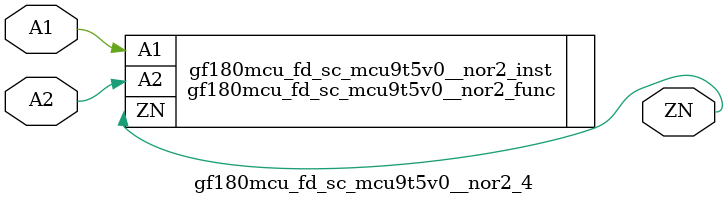
<source format=v>

`ifndef GF180MCU_FD_SC_MCU9T5V0__NOR2_4_V
`define GF180MCU_FD_SC_MCU9T5V0__NOR2_4_V

`include "gf180mcu_fd_sc_mcu9t5v0__nor2.v"

`ifdef USE_POWER_PINS
module gf180mcu_fd_sc_mcu9t5v0__nor2_4( ZN, A2, A1, VDD, VSS );
inout VDD, VSS;
`else // If not USE_POWER_PINS
module gf180mcu_fd_sc_mcu9t5v0__nor2_4( ZN, A2, A1 );
`endif // If not USE_POWER_PINS
input A1, A2;
output ZN;

`ifdef USE_POWER_PINS
  gf180mcu_fd_sc_mcu9t5v0__nor2_func gf180mcu_fd_sc_mcu9t5v0__nor2_inst(.ZN(ZN),.A2(A2),.A1(A1),.VDD(VDD),.VSS(VSS));
`else // If not USE_POWER_PINS
  gf180mcu_fd_sc_mcu9t5v0__nor2_func gf180mcu_fd_sc_mcu9t5v0__nor2_inst(.ZN(ZN),.A2(A2),.A1(A1));
`endif // If not USE_POWER_PINS

`ifndef FUNCTIONAL
	// spec_gates_begin


	// spec_gates_end



   specify

	// specify_block_begin

	// comb arc A1 --> ZN
	 (A1 => ZN) = (1.0,1.0);

	// comb arc A2 --> ZN
	 (A2 => ZN) = (1.0,1.0);

	// specify_block_end

   endspecify

   `endif

endmodule
`endif // GF180MCU_FD_SC_MCU9T5V0__NOR2_4_V

</source>
